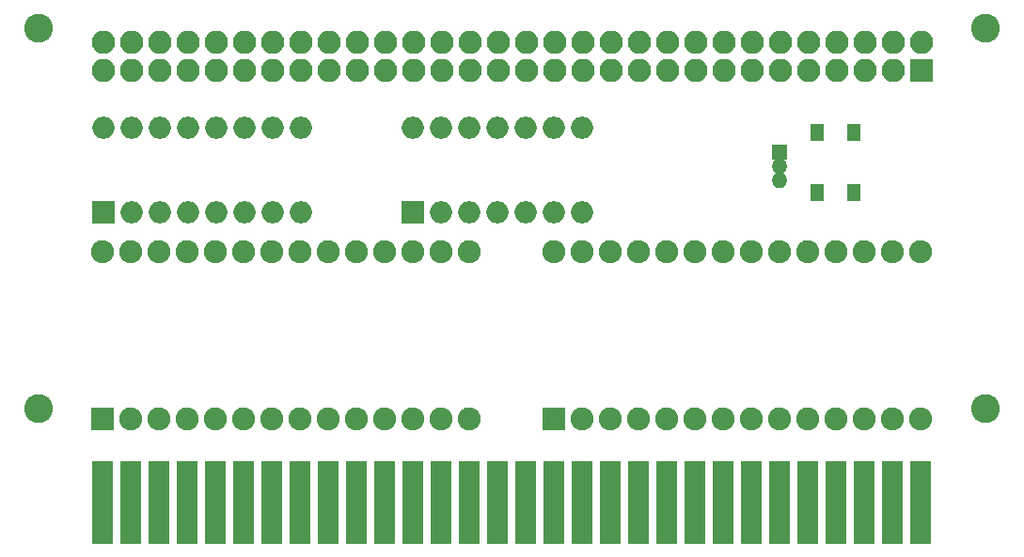
<source format=gts>
G04 #@! TF.FileFunction,Soldermask,Top*
%FSLAX46Y46*%
G04 Gerber Fmt 4.6, Leading zero omitted, Abs format (unit mm)*
G04 Created by KiCad (PCBNEW 4.0.7) date 06/30/18 03:53:04*
%MOMM*%
%LPD*%
G01*
G04 APERTURE LIST*
%ADD10C,0.150000*%
%ADD11C,2.600000*%
%ADD12R,2.076400X2.076400*%
%ADD13C,2.076400*%
%ADD14R,1.400000X1.400000*%
%ADD15O,1.400000X1.400000*%
%ADD16R,1.924000X7.512000*%
%ADD17R,1.300000X1.600000*%
%ADD18R,2.000000X2.000000*%
%ADD19O,2.000000X2.000000*%
%ADD20R,2.100000X2.100000*%
%ADD21O,2.100000X2.100000*%
G04 APERTURE END LIST*
D10*
D11*
X174625000Y-73152000D03*
X174625000Y-107442000D03*
X89408000Y-107442000D03*
D12*
X95123000Y-108356400D03*
D13*
X97663000Y-108356400D03*
X100203000Y-108356400D03*
X102743000Y-108356400D03*
X105283000Y-108356400D03*
X107823000Y-108356400D03*
X110363000Y-108356400D03*
X112903000Y-108356400D03*
X115443000Y-108356400D03*
X117983000Y-108356400D03*
X120523000Y-108356400D03*
X123063000Y-108356400D03*
X125603000Y-108356400D03*
X128143000Y-108356400D03*
X128143000Y-93345000D03*
X125603000Y-93345000D03*
X123063000Y-93345000D03*
X120523000Y-93345000D03*
X117983000Y-93345000D03*
X115443000Y-93345000D03*
X112903000Y-93345000D03*
X110363000Y-93345000D03*
X107823000Y-93345000D03*
X105283000Y-93345000D03*
X102743000Y-93345000D03*
X100203000Y-93345000D03*
X97663000Y-93345000D03*
X95123000Y-93345000D03*
D12*
X135763000Y-108356400D03*
D13*
X138303000Y-108356400D03*
X140843000Y-108356400D03*
X143383000Y-108356400D03*
X145923000Y-108356400D03*
X148463000Y-108356400D03*
X151003000Y-108356400D03*
X153543000Y-108356400D03*
X156083000Y-108356400D03*
X158623000Y-108356400D03*
X161163000Y-108356400D03*
X163703000Y-108356400D03*
X166243000Y-108356400D03*
X168783000Y-108356400D03*
X168783000Y-93345000D03*
X166243000Y-93345000D03*
X163703000Y-93345000D03*
X161163000Y-93345000D03*
X158623000Y-93345000D03*
X156083000Y-93345000D03*
X153543000Y-93345000D03*
X151003000Y-93345000D03*
X148463000Y-93345000D03*
X145923000Y-93345000D03*
X143383000Y-93345000D03*
X140843000Y-93345000D03*
X138303000Y-93345000D03*
X135763000Y-93345000D03*
D14*
X156083000Y-84328000D03*
D15*
X156083000Y-85598000D03*
X156083000Y-86868000D03*
D16*
X168783000Y-115887500D03*
X166243000Y-115887500D03*
X163703000Y-115887500D03*
X161163000Y-115887500D03*
X158623000Y-115887500D03*
X156083000Y-115887500D03*
X153543000Y-115887500D03*
X151003000Y-115887500D03*
X148463000Y-115887500D03*
X145923000Y-115887500D03*
X143383000Y-115887500D03*
X140843000Y-115887500D03*
X138303000Y-115887500D03*
X135763000Y-115887500D03*
X133223000Y-115887500D03*
X130683000Y-115887500D03*
X128143000Y-115887500D03*
X125603000Y-115887500D03*
X123063000Y-115887500D03*
X120523000Y-115887500D03*
X117983000Y-115887500D03*
X115443000Y-115887500D03*
X112903000Y-115887500D03*
X110363000Y-115887500D03*
X107823000Y-115887500D03*
X105283000Y-115887500D03*
X102743000Y-115887500D03*
X100203000Y-115887500D03*
X97663000Y-115887500D03*
X95123000Y-115887500D03*
D17*
X159513000Y-82550000D03*
X162813000Y-82550000D03*
X159513000Y-88011000D03*
X162813000Y-88011000D03*
D18*
X95250000Y-89789000D03*
D19*
X113030000Y-82169000D03*
X97790000Y-89789000D03*
X110490000Y-82169000D03*
X100330000Y-89789000D03*
X107950000Y-82169000D03*
X102870000Y-89789000D03*
X105410000Y-82169000D03*
X105410000Y-89789000D03*
X102870000Y-82169000D03*
X107950000Y-89789000D03*
X100330000Y-82169000D03*
X110490000Y-89789000D03*
X97790000Y-82169000D03*
X113030000Y-89789000D03*
X95250000Y-82169000D03*
D18*
X123063000Y-89789000D03*
D19*
X138303000Y-82169000D03*
X125603000Y-89789000D03*
X135763000Y-82169000D03*
X128143000Y-89789000D03*
X133223000Y-82169000D03*
X130683000Y-89789000D03*
X130683000Y-82169000D03*
X133223000Y-89789000D03*
X128143000Y-82169000D03*
X135763000Y-89789000D03*
X125603000Y-82169000D03*
X138303000Y-89789000D03*
X123063000Y-82169000D03*
D11*
X89408000Y-73152000D03*
D20*
X168910000Y-76962000D03*
D21*
X168910000Y-74422000D03*
X166370000Y-76962000D03*
X166370000Y-74422000D03*
X163830000Y-76962000D03*
X163830000Y-74422000D03*
X161290000Y-76962000D03*
X161290000Y-74422000D03*
X158750000Y-76962000D03*
X158750000Y-74422000D03*
X156210000Y-76962000D03*
X156210000Y-74422000D03*
X153670000Y-76962000D03*
X153670000Y-74422000D03*
X151130000Y-76962000D03*
X151130000Y-74422000D03*
X148590000Y-76962000D03*
X148590000Y-74422000D03*
X146050000Y-76962000D03*
X146050000Y-74422000D03*
X143510000Y-76962000D03*
X143510000Y-74422000D03*
X140970000Y-76962000D03*
X140970000Y-74422000D03*
X138430000Y-76962000D03*
X138430000Y-74422000D03*
X135890000Y-76962000D03*
X135890000Y-74422000D03*
X133350000Y-76962000D03*
X133350000Y-74422000D03*
X130810000Y-76962000D03*
X130810000Y-74422000D03*
X128270000Y-76962000D03*
X128270000Y-74422000D03*
X125730000Y-76962000D03*
X125730000Y-74422000D03*
X123190000Y-76962000D03*
X123190000Y-74422000D03*
X120650000Y-76962000D03*
X120650000Y-74422000D03*
X118110000Y-76962000D03*
X118110000Y-74422000D03*
X115570000Y-76962000D03*
X115570000Y-74422000D03*
X113030000Y-76962000D03*
X113030000Y-74422000D03*
X110490000Y-76962000D03*
X110490000Y-74422000D03*
X107950000Y-76962000D03*
X107950000Y-74422000D03*
X105410000Y-76962000D03*
X105410000Y-74422000D03*
X102870000Y-76962000D03*
X102870000Y-74422000D03*
X100330000Y-76962000D03*
X100330000Y-74422000D03*
X97790000Y-76962000D03*
X97790000Y-74422000D03*
X95250000Y-76962000D03*
X95250000Y-74422000D03*
M02*

</source>
